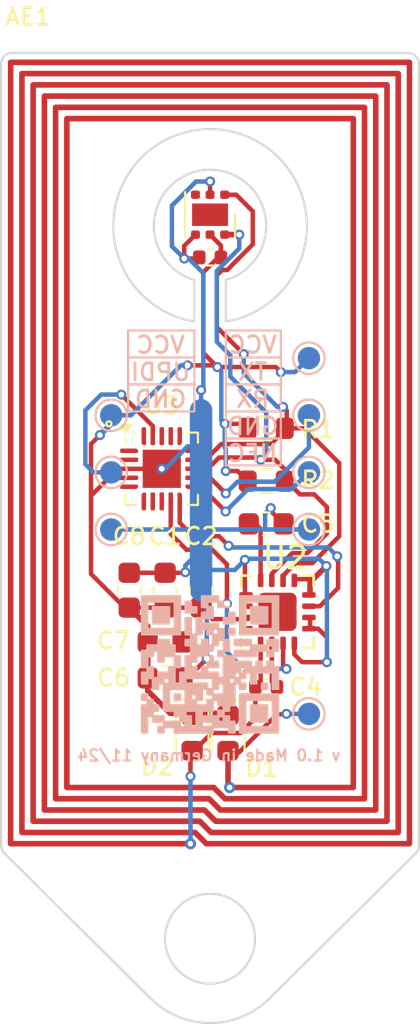
<source format=kicad_pcb>
(kicad_pcb (version 20240108) (generator "pcbnew") (generator_version "8.0")
  (layers (0 "F.Cu" signal) (1 "In1.Cu" signal) (2 "In2.Cu" signal) (31 "B.Cu" signal) (34 "B.Paste" user) (35 "F.Paste" user) (36 "B.SilkS" user "B.Silkscreen") (37 "F.SilkS" user "F.Silkscreen") (38 "B.Mask" user) (39 "F.Mask" user) (44 "Edge.Cuts" user))
  (net 0 "")
  (net 1 "GND")
  (net 2 "ANT2")
  (net 3 "ANT1")
  (net 4 "SCL")
  (net 5 "SDA")
  (net 6 "RF430_RST")
  (net 7 "RF430_INT")
  (net 8 "Net-(U2-VCORE)")
  (net 9 "RX")
  (net 11 "UPDI")
  (net 18 "TX")
  (net 19 "ALERT")
  (net 21 "VCC")
  (footprint "Capacitor_SMD:C_0603_1608Metric" (layer "F.Cu") (at 132 52.45)
    (property "Reference" "C5" (at 2.3 0 0) (layer "F.SilkS") (effects (font (size 0.75 0.75) (thickness 0.125))))
    (property "Value" "0.47 uF")
    (pad "1" smd roundrect (at -0.775 0) (size 0.9 0.95) (layers "F.Cu" "F.Paste" "F.Mask") (net 8 "Net-(U2-VCORE)"))
    (pad "2" smd roundrect (at 0.775 0) (size 0.9 0.95) (layers "F.Cu" "F.Paste" "F.Mask") (net 1 "GND"))
  )
  (footprint "Capacitor_SMD:C_0603_1608Metric" (layer "F.Cu") (at 127.5 59.3)
    (property "Reference" "C6" (at -2.3 0 0) (layer "F.SilkS") (effects (font (size 0.75 0.75) (thickness 0.125))))
    (property "Value" "100uF")
    (pad "1" smd roundrect (at -0.775 0) (size 0.9 0.95) (layers "F.Cu" "F.Paste" "F.Mask") (net 21 "VCC"))
    (pad "2" smd roundrect (at 0.775 0) (size 0.9 0.95) (layers "F.Cu" "F.Paste" "F.Mask") (net 1 "GND"))
  )
  (footprint "Capacitor_SMD:C_0603_1608Metric" (layer "F.Cu") (at 127.5 55.4 90)
    (property "Reference" "C1" (at 2.4 0 0) (layer "F.SilkS") (effects (font (size 0.75 0.75) (thickness 0.125))))
    (property "Value" "1 uF")
    (pad "1" smd roundrect (at -0.775 0 90) (size 0.9 0.95) (layers "F.Cu" "F.Paste" "F.Mask") (net 21 "VCC"))
    (pad "2" smd roundrect (at 0.775 0 90) (size 0.9 0.95) (layers "F.Cu" "F.Paste" "F.Mask") (net 1 "GND"))
  )
  (footprint "Capacitor_SMD:C_0603_1608Metric" (layer "F.Cu") (at 129.1 55.4 90)
    (property "Reference" "C2" (at 2.4 0 0) (layer "F.SilkS") (effects (font (size 0.75 0.75) (thickness 0.125))))
    (property "Value" "0.1 uF")
    (pad "1" smd roundrect (at -0.775 0 90) (size 0.9 0.95) (layers "F.Cu" "F.Paste" "F.Mask") (net 21 "VCC"))
    (pad "2" smd roundrect (at 0.775 0 90) (size 0.9 0.95) (layers "F.Cu" "F.Paste" "F.Mask") (net 1 "GND"))
  )
  (footprint "unsurv_offline_pcb_footprints:35_18_1_9nH" (layer "F.Cu") (at 120.5 31.8)
    (property "Reference" "AE1" (at 0.9 -1.9 0) (layer "F.SilkS") (effects (font (size 0.75 0.75) (thickness 0.125))))
    (property "Value" "Antenna_Dipole")
    (pad "1" smd custom (at 8.12868 34.875) (size 0.25 0.25) (layers "F.Cu") (net 3 "ANT1") (options (clearance outline) (anchor circle)) (primitives (gr_line (start 0 0) (end -8.00368 0) (width 0.25)) (gr_line (start -8.00368 0) (end -8.00368 -34.75) (width 0.25)) (gr_line (start -8.00368 -34.75) (end 9.74632 -34.75) (width 0.25)) (gr_line (start 9.74632 -34.75) (end 9.74632 0) (width 0.25)) (gr_line (start 9.74632 0) (end 0.707107 0) (width 0.25)) (gr_line (start 0.707107 0) (end 0.207107 -0.5) (width 0.25)) (gr_line (start 0.207107 -0.5) (end -7.50368 -0.5) (width 0.25)) (gr_line (start -7.50368 -0.5) (end -7.50368 -34.25) (width 0.25)) (gr_line (start -7.50368 -34.25) (end 9.24632 -34.25) (width 0.25)) (gr_line (start 9.24632 -34.25) (end 9.24632 -0.5) (width 0.25)) (gr_line (start 9.24632 -0.5) (end 0.914214 -0.5) (width 0.25)) (gr_line (start 0.914214 -0.5) (end 0.414214 -1) (width 0.25)) (gr_line (start 0.414214 -1) (end -7.00368 -1) (width 0.25)) (gr_line (start -7.00368 -1) (end -7.00368 -33.75) (width 0.25)) (gr_line (start -7.00368 -33.75) (end 8.74632 -33.75) (width 0.25)) (gr_line (start 8.74632 -33.75) (end 8.74632 -1) (width 0.25)) (gr_line (start 8.74632 -1) (end 1.12132 -1) (width 0.25)) (gr_line (start 1.12132 -1) (end 0.62132 -1.5) (width 0.25)) (gr_line (start 0.62132 -1.5) (end -6.50368 -1.5) (width 0.25)) (gr_line (start -6.50368 -1.5) (end -6.50368 -33.25) (width 0.25)) (gr_line (start -6.50368 -33.25) (end 8.24632 -33.25) (width 0.25)) (gr_line (start 8.24632 -33.25) (end 8.24632 -1.5) (width 0.25)) (gr_line (start 8.24632 -1.5) (end 1.328427 -1.5) (width 0.25)) (gr_line (start 1.328427 -1.5) (end 0.828427 -2) (width 0.25)) (gr_line (start 0.828427 -2) (end -6.00368 -2) (width 0.25)) (gr_line (start -6.00368 -2) (end -6.00368 -32.75) (width 0.25)) (gr_line (start -6.00368 -32.75) (end 7.74632 -32.75) (width 0.25)) (gr_line (start 7.74632 -32.75) (end 7.74632 -2) (width 0.25)) (gr_line (start 7.74632 -2) (end 1.535534 -2) (width 0.25)) (gr_line (start 1.535534 -2) (end 1.035534 -2.5) (width 0.25)) (gr_line (start 1.035534 -2.5) (end -5.50368 -2.5) (width 0.25)) (gr_line (start -5.50368 -2.5) (end -5.50368 -32.25) (width 0.25)) (gr_line (start -5.50368 -32.25) (end 7.24632 -32.25) (width 0.25)) (gr_line (start 7.24632 -32.25) (end 7.24632 -2.5) (width 0.25))))
    (pad "1" thru_hole circle (at 8.12868 34.875) (size 0.5 0.5) (drill 0.25) (layers "*.Cu" "*.Mask") (net 3 "ANT1"))
    (pad "2" smd custom (at 9.87132 32.375) (size 0.25 0.25) (layers "F.Cu") (net 2 "ANT2") (options (clearance outline) (anchor circle)) (primitives (gr_line (start 0 0) (end 5.50368 0) (width 0.25))))
    (pad "2" thru_hole circle (at 9.87132 32.375) (size 0.5 0.5) (drill 0.25) (layers "*.Cu" "*.Mask") (net 2 "ANT2"))
  )
  (footprint "unsurv_offline_pcb_footprints:RF430_3x3mm_regular_noBCu" (layer "F.Cu") (at 132.5 56.36179 90)
    (property "Reference" "U2" (at 2.41179 0.35 180) (layer "F.SilkS"))
    (property "Value" "RF430CL330HIRGTR‎")
    (pad "1" smd roundrect (at -1.4 -0.75 90) (size 0.6 0.25) (layers "F.Cu" "F.Paste" "F.Mask") (net 3 "ANT1"))
    (pad "2" smd roundrect (at -1.4 -0.25 270) (size 0.6 0.25) (layers "F.Cu" "F.Paste" "F.Mask") (net 2 "ANT2"))
    (pad "3" smd roundrect (at -1.4 0.25 270) (size 0.6 0.25) (layers "F.Cu" "F.Paste" "F.Mask") (net 6 "RF430_RST"))
    (pad "4" smd roundrect (at -1.4 0.75 270) (size 0.6 0.25) (layers "F.Cu" "F.Paste" "F.Mask") (net 1 "GND"))
    (pad "5" smd roundrect (at -0.75 1.4 180) (size 0.6 0.25) (layers "F.Cu" "F.Paste" "F.Mask") (net 1 "GND"))
    (pad "6" smd roundrect (at -0.25 1.4 180) (size 0.6 0.25) (layers "F.Cu" "F.Paste" "F.Mask") (net 1 "GND"))
    (pad "7" smd roundrect (at 0.25 1.4 180) (size 0.6 0.25) (layers "F.Cu" "F.Paste" "F.Mask") (net 7 "RF430_INT"))
    (pad "8" smd roundrect (at 0.75 1.4 180) (size 0.6 0.25) (layers "F.Cu" "F.Paste" "F.Mask") (net 1 "GND"))
    (pad "9" smd roundrect (at 1.4 0.75 270) (size 0.6 0.25) (layers "F.Cu" "F.Paste" "F.Mask") (net 1 "GND"))
    (pad "10" smd roundrect (at 1.4 0.25 90) (size 0.6 0.25) (layers "F.Cu" "F.Paste" "F.Mask") (net 4 "SCL"))
    (pad "11" smd roundrect (at 1.4 -0.25 90) (size 0.6 0.25) (layers "F.Cu" "F.Paste" "F.Mask") (net 5 "SDA"))
    (pad "12" smd roundrect (at 1.4 -0.75 90) (size 0.6 0.25) (layers "F.Cu" "F.Paste" "F.Mask") (net 8 "Net-(U2-VCORE)"))
    (pad "13" smd roundrect (at 0.75 -1.4) (size 0.6 0.25) (layers "F.Cu" "F.Paste" "F.Mask") (net 1 "GND"))
    (pad "14" smd roundrect (at 0.25 -1.4 180) (size 0.6 0.25) (layers "F.Cu" "F.Paste" "F.Mask"))
    (pad "15" smd roundrect (at -0.25 -1.4 180) (size 0.6 0.25) (layers "F.Cu" "F.Paste" "F.Mask") (net 21 "VCC"))
    (pad "16" smd roundrect (at -0.75 -1.4 180) (size 0.6 0.25) (layers "F.Cu" "F.Paste" "F.Mask"))
    (pad "17" smd roundrect (at 0 0 90) (size 1.7 1.7) (layers "F.Cu" "F.Mask") (roundrect_rratio 0.147059))
  )
  (footprint "unsurv_offline_pcb_footprints:TMP117 WSON-6-1EP_2x2mm_P0.65mm_no_pad_paste" (layer "F.Cu") (at 129.5 38.7 -90)
    (property "Reference" "U1" (hide yes))
    (property "Value" "TMP117AIDRVR")
    (pad "1" smd roundrect (at -0.8875 -0.65 270) (size 0.375 0.4) (layers "F.Cu" "F.Paste" "F.Mask") (net 4 "SCL"))
    (pad "2" smd roundrect (at -0.8875 0 270) (size 0.375 0.4) (layers "F.Cu" "F.Paste" "F.Mask") (net 1 "GND"))
    (pad "3" smd roundrect (at -0.8875 0.65 270) (size 0.375 0.4) (layers "F.Cu" "F.Paste" "F.Mask"))
    (pad "4" smd roundrect (at 0.8875 0.65 270) (size 0.375 0.4) (layers "F.Cu" "F.Paste" "F.Mask") (net 1 "GND"))
    (pad "5" smd roundrect (at 0.8875 0 270) (size 0.375 0.4) (layers "F.Cu" "F.Paste" "F.Mask") (net 21 "VCC"))
    (pad "6" smd roundrect (at 0.8875 -0.65 270) (size 0.375 0.4) (layers "F.Cu" "F.Paste" "F.Mask") (net 5 "SDA"))
    (pad "7" smd rect (at 0 0 270) (size 1 1.6) (layers "F.Cu" "F.Mask"))
  )
  (footprint "Capacitor_SMD:C_0603_1608Metric" (layer "F.Cu") (at 127.5 57.7)
    (property "Reference" "C7" (at -2.3 -0.05 0) (layer "F.SilkS") (effects (font (size 0.75 0.75) (thickness 0.125))))
    (property "Value" "1uf")
    (pad "1" smd roundrect (at -0.775 0) (size 0.9 0.95) (layers "F.Cu" "F.Paste" "F.Mask") (net 21 "VCC"))
    (pad "2" smd roundrect (at 0.775 0) (size 0.9 0.95) (layers "F.Cu" "F.Paste" "F.Mask") (net 1 "GND"))
  )
  (footprint "unsurv_offline_pcb_footprints:VQFN-20-1EP_3x3mm_P0.4mm_EP1.7x1.7mm_edited" (layer "F.Cu") (at 127.35 50)
    (property "Reference" "U3" (at 0 -2.8 0) (layer "F.SilkS") (effects (font (size 0.75 0.75) (thickness 0.125))))
    (property "Value" "ATtiny1626-MFR")
    (pad "1" smd custom (at -1.45 -0.8) (size 0.143431 0.143431) (layers "F.Cu" "F.Paste" "F.Mask") (options (clearance outline) (anchor circle)) (primitives (gr_poly (pts (xy -0.35 -0.05) (xy 0.299289 -0.05) (xy 0.35 0.000711) (xy 0.35 0.05) (xy -0.35 0.05)) (width 0.1) (fill yes))))
    (pad "2" smd roundrect (at -1.45 -0.4) (size 0.8 0.2) (layers "F.Cu" "F.Paste" "F.Mask"))
    (pad "3" smd roundrect (at -1.45 0) (size 0.8 0.2) (layers "F.Cu" "F.Paste" "F.Mask") (net 1 "GND"))
    (pad "4" smd roundrect (at -1.45 0.4) (size 0.8 0.2) (layers "F.Cu" "F.Paste" "F.Mask") (net 21 "VCC"))
    (pad "5" smd custom (at -1.45 0.8) (size 0.143431 0.143431) (layers "F.Cu" "F.Paste" "F.Mask") (options (clearance outline) (anchor circle)) (primitives (gr_poly (pts (xy -0.35 -0.05) (xy 0.35 -0.05) (xy 0.35 -0.000711) (xy 0.299289 0.05) (xy -0.35 0.05)) (width 0.1) (fill yes))))
    (pad "6" smd custom (at -0.8 1.45) (size 0.143431 0.143431) (layers "F.Cu" "F.Paste" "F.Mask") (options (clearance outline) (anchor circle)) (primitives (gr_poly (pts (xy -0.05 -0.299289) (xy 0.000711 -0.35) (xy 0.05 -0.35) (xy 0.05 0.35) (xy -0.05 0.35)) (width 0.1) (fill yes))))
    (pad "7" smd roundrect (at -0.4 1.45) (size 0.2 0.8) (layers "F.Cu" "F.Paste" "F.Mask"))
    (pad "8" smd roundrect (at 0 1.45) (size 0.2 0.8) (layers "F.Cu" "F.Paste" "F.Mask"))
    (pad "9" smd roundrect (at 0.4 1.45) (size 0.2 0.8) (layers "F.Cu" "F.Paste" "F.Mask") (net 6 "RF430_RST"))
    (pad "10" smd custom (at 0.8 1.45) (size 0.143431 0.143431) (layers "F.Cu" "F.Paste" "F.Mask") (net 7 "RF430_INT") (options (clearance outline) (anchor circle)) (primitives (gr_poly (pts (xy -0.05 -0.35) (xy -0.000711 -0.35) (xy 0.05 -0.299289) (xy 0.05 0.35) (xy -0.05 0.35)) (width 0.1) (fill yes))))
    (pad "11" smd custom (at 1.45 0.8) (size 0.143431 0.143431) (layers "F.Cu" "F.Paste" "F.Mask") (net 9 "RX") (options (clearance outline) (anchor circle)) (primitives (gr_poly (pts (xy -0.35 -0.05) (xy 0.35 -0.05) (xy 0.35 0.05) (xy -0.299289 0.05) (xy -0.35 -0.000711)) (width 0.1) (fill yes))))
    (pad "12" smd roundrect (at 1.45 0.4) (size 0.8 0.2) (layers "F.Cu" "F.Paste" "F.Mask") (net 18 "TX"))
    (pad "13" smd roundrect (at 1.45 0) (size 0.8 0.2) (layers "F.Cu" "F.Paste" "F.Mask") (net 5 "SDA"))
    (pad "14" smd roundrect (at 1.45 -0.4) (size 0.8 0.2) (layers "F.Cu" "F.Paste" "F.Mask") (net 4 "SCL"))
    (pad "15" smd custom (at 1.45 -0.8) (size 0.143431 0.143431) (layers "F.Cu" "F.Paste" "F.Mask") (options (clearance outline) (anchor circle)) (primitives (gr_poly (pts (xy -0.35 0.000711) (xy -0.299289 -0.05) (xy 0.35 -0.05) (xy 0.35 0.05) (xy -0.35 0.05)) (width 0.1) (fill yes))))
    (pad "16" smd custom (at 0.8 -1.45) (size 0.143431 0.143431) (layers "F.Cu" "F.Paste" "F.Mask") (options (clearance outline) (anchor circle)) (primitives (gr_poly (pts (xy -0.05 -0.35) (xy 0.05 -0.35) (xy 0.05 0.299289) (xy -0.000711 0.35) (xy -0.05 0.35)) (width 0.1) (fill yes))))
    (pad "17" smd roundrect (at 0.4 -1.45) (size 0.2 0.8) (layers "F.Cu" "F.Paste" "F.Mask"))
    (pad "18" smd roundrect (at 0 -1.45) (size 0.2 0.8) (layers "F.Cu" "F.Paste" "F.Mask") (net 19 "ALERT"))
    (pad "19" smd roundrect (at -0.4 -1.45) (size 0.2 0.8) (layers "F.Cu" "F.Paste" "F.Mask") (net 11 "UPDI"))
    (pad "20" smd custom (at -0.8 -1.45) (size 0.143431 0.143431) (layers "F.Cu" "F.Paste" "F.Mask") (options (clearance outline) (anchor circle)) (primitives (gr_poly (pts (xy -0.05 -0.35) (xy 0.05 -0.35) (xy 0.05 0.35) (xy 0.000711 0.35) (xy -0.05 0.299289)) (width 0.1) (fill yes))))
    (pad "21" smd rect (at 0 0) (size 1.7 1.7) (property pad_prop_heatsink) (layers "F.Cu" "F.Mask") (net 1 "GND"))
  )
  (footprint "Capacitor_SMD:C_0603_1608Metric" (layer "F.Cu") (at 125.9 55.4 90)
    (property "Reference" "C8" (at 2.4 0 0) (layer "F.SilkS") (effects (font (size 0.75 0.75) (thickness 0.125))))
    (property "Value" "0.1 uF")
    (pad "1" smd roundrect (at -0.775 0 90) (size 0.9 0.95) (layers "F.Cu" "F.Paste" "F.Mask") (net 21 "VCC"))
    (pad "2" smd roundrect (at 0.775 0 90) (size 0.9 0.95) (layers "F.Cu" "F.Paste" "F.Mask") (net 1 "GND"))
  )
  (footprint "Diode_SMD:D_0603_1608Metric" (layer "F.Cu") (at 130.3 61.75 -90)
    (property "Reference" "D1" (at 1.55 -1.5 0) (layer "F.SilkS") (effects (font (size 0.75 0.75) (thickness 0.125))))
    (property "Value" "CDBU0130L")
    (pad "1" smd roundrect (at -0.7875 0 270) (size 0.875 0.95) (layers "F.Cu" "F.Paste" "F.Mask") (net 21 "VCC"))
    (pad "2" smd roundrect (at 0.7875 0 270) (size 0.875 0.95) (layers "F.Cu" "F.Paste" "F.Mask") (net 2 "ANT2"))
  )
  (footprint "Resistor_SMD:R_0603_1608Metric" (layer "F.Cu") (at 132 48.2)
    (property "Reference" "R1" (at 2.3 0.05 0) (layer "F.SilkS") (effects (font (size 0.75 0.75) (thickness 0.125))))
    (property "Value" "4.7k")
    (pad "1" smd roundrect (at -0.825 0) (size 0.8 0.95) (layers "F.Cu" "F.Paste" "F.Mask") (net 21 "VCC"))
    (pad "2" smd roundrect (at 0.825 0) (size 0.8 0.95) (layers "F.Cu" "F.Paste" "F.Mask") (net 4 "SCL"))
  )
  (footprint "Capacitor_SMD:C_0402_1005Metric" (layer "F.Cu") (at 129.5 40.6 180)
    (property "Reference" "C3" (hide yes))
    (property "Value" "0.1 uF")
    (pad "1" smd roundrect (at -0.48 0 180) (size 0.56 0.62) (layers "F.Cu" "F.Paste" "F.Mask") (net 21 "VCC"))
    (pad "2" smd roundrect (at 0.48 0 180) (size 0.56 0.62) (layers "F.Cu" "F.Paste" "F.Mask") (net 1 "GND"))
  )
  (footprint "Capacitor_SMD:C_0402_1005Metric" (layer "F.Cu") (at 132 59.7 180)
    (property "Reference" "C4" (at -1.75 0 0) (layer "F.SilkS") (effects (font (size 0.75 0.75) (thickness 0.125))))
    (property "Value" "36pF")
    (pad "1" smd roundrect (at -0.48 0 180) (size 0.56 0.62) (layers "F.Cu" "F.Paste" "F.Mask") (net 2 "ANT2"))
    (pad "2" smd roundrect (at 0.48 0 180) (size 0.56 0.62) (layers "F.Cu" "F.Paste" "F.Mask") (net 3 "ANT1"))
  )
  (footprint "Resistor_SMD:R_0603_1608Metric" (layer "F.Cu") (at 132 50.55)
    (property "Reference" "R2" (at 2.3 -0.05 0) (layer "F.SilkS") (effects (font (size 0.75 0.75) (thickness 0.125))))
    (property "Value" "4.7k")
    (pad "1" smd roundrect (at -0.825 0) (size 0.8 0.95) (layers "F.Cu" "F.Paste" "F.Mask") (net 21 "VCC"))
    (pad "2" smd roundrect (at 0.825 0) (size 0.8 0.95) (layers "F.Cu" "F.Paste" "F.Mask") (net 5 "SDA"))
  )
  (footprint "Diode_SMD:D_0603_1608Metric" (layer "F.Cu") (at 128.7 61.75 -90)
    (property "Reference" "D2" (at 1.5 1.55 0) (layer "F.SilkS") (effects (font (size 0.75 0.75) (thickness 0.125))))
    (property "Value" "CDBU0130L")
    (pad "1" smd roundrect (at -0.7875 0 270) (size 0.875 0.95) (layers "F.Cu" "F.Paste" "F.Mask") (net 21 "VCC"))
    (pad "2" smd roundrect (at 0.7875 0 270) (size 0.875 0.95) (layers "F.Cu" "F.Paste" "F.Mask") (net 3 "ANT1"))
  )
  (footprint "TestPoint:TestPoint_Pad_D1.0mm" (layer "B.Cu") (at 133.9 45.08 180)
    (property "Reference" "TP4" (hide yes))
    (property "Value" "TestPoint")
    (pad "1" smd circle (at 0 0 180) (size 1 1) (layers "B.Cu" "B.Mask") (net 21 "VCC"))
  )
  (footprint "TestPoint:TestPoint_Pad_D1.0mm" (layer "B.Cu") (at 125.1 47.62 90)
    (property "Reference" "VCC1" (hide yes))
    (property "Value" "TestPoint")
    (pad "1" smd circle (at 0 0 90) (size 1 1) (layers "B.Cu" "B.Mask") (net 21 "VCC"))
  )
  (footprint "TestPoint:TestPoint_Pad_D1.0mm" (layer "B.Cu") (at 125.1 50.16 90)
    (property "Reference" "UPDI1" (hide yes))
    (property "Value" "TestPoint")
    (pad "1" smd circle (at 0 0 90) (size 1 1) (layers "B.Cu" "B.Mask") (net 11 "UPDI"))
  )
  (footprint "TestPoint:TestPoint_Pad_D1.0mm" (layer "B.Cu") (at 133.9 52.7 180)
    (property "Reference" "TP3" (hide yes))
    (property "Value" "TestPoint")
    (pad "1" smd circle (at 0 0 180) (size 1 1) (layers "B.Cu" "B.Mask") (net 1 "GND"))
  )
  (footprint "unsurv_offline_pcb_footprints:QR_shop" (layer "B.Cu") (at 129.5 58.7 180)
    (property "Reference" "QR_ref1" (hide yes))
    (property "Value" "TestPoint" (hide yes))
  )
  (footprint "TestPoint:TestPoint_Pad_D1.0mm" (layer "B.Cu") (at 133.9 60.9 180)
    (property "Reference" "TP5" (hide yes))
    (property "Value" "TestPoint")
    (pad "1" smd circle (at 0 0 180) (size 1 1) (layers "B.Cu" "B.Mask") (net 2 "ANT2"))
  )
  (footprint "TestPoint:TestPoint_Pad_D1.0mm" (layer "B.Cu") (at 125.1 52.7 90)
    (property "Reference" "GND1" (hide yes))
    (property "Value" "TestPoint")
    (pad "1" smd circle (at 0 0 90) (size 1 1) (layers "B.Cu" "B.Mask") (net 1 "GND"))
  )
  (footprint "TestPoint:TestPoint_Pad_D1.0mm" (layer "B.Cu") (at 133.9 50.16 180)
    (property "Reference" "TP1" (hide yes))
    (property "Value" "TestPoint")
    (pad "1" smd circle (at 0 0 180) (size 1 1) (layers "B.Cu" "B.Mask") (net 9 "RX"))
  )
  (footprint "TestPoint:TestPoint_Pad_D1.0mm" (layer "B.Cu") (at 133.9 47.62 180)
    (property "Reference" "TP2" (hide yes))
    (property "Value" "TestPoint")
    (pad "1" smd circle (at 0 0 180) (size 1 1) (layers "B.Cu" "B.Mask") (net 18 "TX"))
  )
  (gr_rect (start 130.2 43.85) (end 132.65 45.05) (stroke (width 0.1)) (fill none) (layer "B.SilkS"))
  (gr_rect (start 125.85 45.05) (end 128.8 46.25) (stroke (width 0.1)) (fill none) (layer "B.SilkS"))
  (gr_rect (start 125.85 43.85) (end 128.8 45.05) (stroke (width 0.1)) (fill none) (layer "B.SilkS"))
  (gr_rect (start 130.2 48.65) (end 132.65 49.85) (stroke (width 0.1)) (fill none) (layer "B.SilkS"))
  (gr_rect (start 130.2 46.25) (end 132.65 47.45) (stroke (width 0.1)) (fill none) (layer "B.SilkS"))
  (gr_rect (start 125.85 46.25) (end 128.8 47.45) (stroke (width 0.1)) (fill none) (layer "B.SilkS"))
  (gr_rect (start 130.2 45.05) (end 132.65 46.25) (stroke (width 0.1)) (fill none) (layer "B.SilkS"))
  (gr_rect (start 130.2 47.45) (end 132.65 48.65) (stroke (width 0.1)) (fill none) (layer "B.SilkS"))
  (gr_circle (center 125 48) (end 124.95 48.1) (stroke (width 0.1)) (fill none) (layer "F.SilkS"))
  (gr_arc (start 128.8 41.6) (mid 129.5 36.699969) (end 130.2 41.6) (stroke (width 0.1)) (layer "Edge.Cuts"))
  (gr_line (start 120.699999 31.499999) (end 138.299999 31.499999) (stroke (width 0.1)) (layer "Edge.Cuts"))
  (gr_circle (center 129.5 70.9) (end 131.5 70.9) (stroke (width 0.1)) (fill none) (layer "Edge.Cuts"))
  (gr_arc (start 120.199999 31.999999) (mid 120.346446 31.646446) (end 120.699999 31.499999) (stroke (width 0.1)) (layer "Edge.Cuts"))
  (gr_line (start 128.8 43.45) (end 128.8 41.6) (stroke (width 0.1)) (layer "Edge.Cuts"))
  (gr_arc (start 120.34643 67.100003) (mid 120.238047 66.93779) (end 120.199999 66.746447) (stroke (width 0.1)) (layer "Edge.Cuts"))
  (gr_arc (start 128.8 43.45) (mid 129.5 34.892707) (end 130.2 43.45) (stroke (width 0.1)) (layer "Edge.Cuts"))
  (gr_line (start 138.799999 31.999999) (end 138.799999 66.746447) (stroke (width 0.1)) (layer "Edge.Cuts"))
  (gr_arc (start 138.299999 31.499999) (mid 138.653553 31.646445) (end 138.799999 31.999999) (stroke (width 0.1)) (layer "Edge.Cuts"))
  (gr_arc (start 132.149999 73.549999) (mid 129.5 74.647665) (end 126.850001 73.549999) (stroke (width 0.1)) (layer "Edge.Cuts"))
  (gr_line (start 120.199999 66.746447) (end 120.199999 31.999999) (stroke (width 0.1)) (layer "Edge.Cuts"))
  (gr_line (start 130.2 41.6) (end 130.2 43.45) (stroke (width 0.1)) (layer "Edge.Cuts"))
  (gr_line (start 138.653536 67.09997) (end 132.149999 73.549999) (stroke (width 0.1)) (layer "Edge.Cuts"))
  (gr_arc (start 138.799999 66.746447) (mid 138.761923 66.937773) (end 138.653536 67.09997) (stroke (width 0.1)) (layer "Edge.Cuts"))
  (gr_line (start 126.850001 73.549999) (end 120.34643 67.100003) (stroke (width 0.1)) (layer "Edge.Cuts"))
  (gr_text "v 1.0 Made in Germany 11/24" (at 129.45 62.75 0) (layer "B.SilkS") (effects (font (size 0.5 0.5) (thickness 0.1)) (justify mirror)))
  (gr_text "VCC\nTX\nRX\nGND\nNFC" (at 131.4 46.9 0) (layer "B.SilkS") (effects (font (size 0.75 0.75) (thickness 0.125)) (justify mirror)))
  (gr_text "VCC\nUPDI\nGND" (at 127.3 45.7 0) (layer "B.SilkS") (effects (font (size 0.75 0.75) (thickness 0.125)) (justify mirror)))
  (segment (start 134.7 57.5) (end 134.31179 57.11179) (width 0.2) (layer "F.Cu") (net 1))
  (segment (start 134.675 54.325) (end 133.95 55.05) (width 0.25) (layer "F.Cu") (net 1))
  (segment (start 133.25 58.25) (end 133.25 57.76179) (width 0.2) (layer "F.Cu") (net 1))
  (segment (start 128.35 40.65) (end 128.97 40.65) (width 0.2) (layer "F.Cu") (net 1))
  (segment (start 132.775 52.15) (end 132.6 52.325) (width 0.2) (layer "F.Cu") (net 1))
  (segment (start 128.35 40.0875) (end 128.85 39.5875) (width 0.2) (layer "F.Cu") (net 1))
  (segment (start 128.375 54.625) (end 127.5 54.625) (width 0.2) (layer "F.Cu") (net 1))
  (segment (start 133.6 58.6) (end 133.25 58.25) (width 0.2) (layer "F.Cu") (net 1))
  (segment (start 125.7 54.625) (end 127.5 54.625) (width 0.2) (layer "F.Cu") (net 1))
  (segment (start 132.2 51.875) (end 132.775 52.45) (width 0.2) (layer "F.Cu") (net 1))
  (segment (start 133.95 56.61179) (end 133.95 57.11179) (width 0.2) (layer "F.Cu") (net 1))
  (segment (start 128.4 54.6) (end 128.375 54.625) (width 0.2) (layer "F.Cu") (net 1))
  (segment (start 128.4 54.6) (end 129.075 54.6) (width 0.2) (layer "F.Cu") (net 1))
  (segment (start 132.2 51.75) (end 132.2 51.875) (width 0.2) (layer "F.Cu") (net 1))
  (segment (start 128.97 40.65) (end 129.02 40.6) (width 0.2) (layer "F.Cu") (net 1))
  (segment (start 131.05 54.05) (end 131.05 55.61179) (width 0.2) (layer "F.Cu") (net 1))
  (segment (start 134.7 58.6) (end 133.6 58.6) (width 0.2) (layer "F.Cu") (net 1))
  (segment (start 128.35 40.65) (end 128.35 40.0875) (width 0.2) (layer "F.Cu") (net 1))
  (segment (start 134.675 54.325) (end 134.08821 54.91179) (width 0.2) (layer "F.Cu") (net 1))
  (segment (start 134.31179 57.11179) (end 133.9 57.11179) (width 0.2) (layer "F.Cu") (net 1))
  (segment (start 129.075 54.6) (end 129.1 54.625) (width 0.2) (layer "F.Cu") (net 1))
  (segment (start 129.501474 37.22355) (end 129.5 37.225024) (width 0.2) (layer "F.Cu") (net 1))
  (segment (start 125.9 50) (end 127.35 50) (width 0.2) (layer "F.Cu") (net 1))
  (segment (start 128.275 59.25) (end 128.55 59.25) (width 0.2) (layer "F.Cu") (net 1))
  (segment (start 128.275 57.7) (end 128.6 57.7) (width 0.2) (layer "F.Cu") (net 1))
  (segment (start 133.95 55.05) (end 133.95 55.61179) (width 0.25) (layer "F.Cu") (net 1))
  (segment (start 134.7 58.6) (end 134.7 57.5) (width 0.2) (layer "F.Cu") (net 1))
  (segment (start 128.6 57.7) (end 129.35 58.45) (width 0.2) (layer "F.Cu") (net 1))
  (segment (start 128.55 59.25) (end 129.35 58.45) (width 0.2) (layer "F.Cu") (net 1))
  (segment (start 129.5 37.225024) (end 129.5 37.8125) (width 0.2) (layer "F.Cu") (net 1))
  (segment (start 134.08821 54.91179) (end 133.25 54.91179) (width 0.2) (layer "F.Cu") (net 1))
  (via (at 128.4 54.6) (size 0.45) (drill 0.25) (layers "F.Cu" "B.Cu") (net 1))
  (via (at 129.501474 37.22355) (size 0.45) (drill 0.25) (layers "F.Cu" "B.Cu") (net 1))
  (via (at 132.2 51.75) (size 0.45) (drill 0.25) (layers "F.Cu" "B.Cu") (net 1))
  (via (at 131.05 54.05) (size 0.45) (drill 0.25) (layers "F.Cu" "B.Cu") (net 1))
  (via (at 128.35 40.65) (size 0.45) (drill 0.25) (layers "F.Cu" "B.Cu") (net 1))
  (via (at 129.1 46.5) (size 0.45) (drill 0.25) (layers "F.Cu" "B.Cu") (net 1))
  (via (at 129.35 58.45) (size 0.45) (drill 0.25) (layers "F.Cu" "B.Cu") (net 1))
  (via (at 127.35 50) (size 0.45) (drill 0.25) (layers "F.Cu" "B.Cu") (net 1))
  (via (at 134.7 58.6) (size 0.45) (drill 0.25) (layers "F.Cu" "B.Cu") (net 1))
  (via (at 134.675 54.325) (size 0.45) (drill 0.25) (layers "F.Cu" "B.Cu") (net 1))
  (segment (start 131.95 52.7) (end 131.95 52) (width 0.2) (layer "B.Cu") (net 1))
  (segment (start 129.35 55.65) (end 129.1 55.4) (width 0.2) (layer "B.Cu") (net 1))
  (segment (start 128.4 54.6) (end 128.4 54.3) (width 0.2) (layer "B.Cu") (net 1))
  (segment (start 128.4 54.3) (end 129.1 53.6) (width 0.2) (layer "B.Cu") (net 1))
  (segment (start 131.95 52) (end 132.2 51.75) (width 0.2) (layer "B.Cu") (net 1))
  (segment (start 134.35 54) (end 134.675 54.325) (width 0.2) (layer "B.Cu") (net 1))
  (segment (start 129.1 54.5) (end 129.1 53.6) (width 1) (layer "B.Cu") (net 1))
  (segment (start 127.8 38.3) (end 128.87645 37.22355) (width 0.2) (layer "B.Cu") (net 1))
  (segment (start 129.35 58.45) (end 129.35 55.65) (width 0.2) (layer "B.Cu") (net 1))
  (segment (start 134.7 54.35) (end 134.675 54.325) (width 0.2) (layer "B.Cu") (net 1))
  (segment (start 134.7 58.6) (end 134.7 54.35) (width 0.2) (layer "B.Cu") (net 1))
  (segment (start 128.55 40.65) (end 129.2 41.3) (width 0.2) (layer "B.Cu") (net 1))
  (segment (start 131.1 54) (end 134.35 54) (width 0.2) (layer "B.Cu") (net 1))
  (segment (start 129.1 49) (end 129.1 47.4) (width 1) (layer "B.Cu") (net 1))
  (segment (start 128.87645 37.22355) (end 129.501474 37.22355) (width 0.2) (layer "B.Cu") (net 1))
  (segment (start 131.05 54.05) (end 130.6 54.5) (width 0.2) (layer "B.Cu") (net 1))
  (segment (start 129.2 46.4) (end 129.1 46.5) (width 0.2) (layer "B.Cu") (net 1))
  (segment (start 128.35 40.65) (end 128.55 40.65) (width 0.2) (layer "B.Cu") (net 1))
  (segment (start 129.1 46.5) (end 129.1 47.4) (width 0.2) (layer "B.Cu") (net 1))
  (segment (start 132.6 52.7) (end 131.95 52.7) (width 0.2) (layer "B.Cu") (net 1))
  (segment (start 127.5 50) (end 128.5 49) (width 0.2) (layer "B.Cu") (net 1))
  (segment (start 128.35 40.65) (end 127.8 40.1) (width 0.2) (layer "B.Cu") (net 1))
  (segment (start 129.2 41.3) (end 129.2 46.4) (width 0.2) (layer "B.Cu") (net 1))
  (segment (start 131.05 54.05) (end 131.1 54) (width 0.2) (layer "B.Cu") (net 1))
  (segment (start 128.5 49) (end 129.1 49) (width 0.2) (layer "B.Cu") (net 1))
  (segment (start 131.95 52.7) (end 129.1 52.7) (width 0.2) (layer "B.Cu") (net 1))
  (segment (start 127.35 50) (end 127.5 50) (width 0.2) (layer "B.Cu") (net 1))
  (segment (start 128.7 49.5) (end 129.1 49.9) (width 0.2) (layer "B.Cu") (net 1))
  (segment (start 129.1 53.6) (end 129.1 52.7) (width 1) (layer "B.Cu") (net 1))
  (segment (start 129.1 52.7) (end 129.1 49.9) (width 1) (layer "B.Cu") (net 1))
  (segment (start 129.1 55.4) (end 129.1 54.5) (width 1) (layer "B.Cu") (net 1))
  (segment (start 125.1 52.7) (end 129.1 52.7) (width 0.2) (layer "B.Cu") (net 1))
  (segment (start 127.8 40.1) (end 127.8 38.3) (width 0.2) (layer "B.Cu") (net 1))
  (segment (start 133.9 52.7) (end 132.6 52.7) (width 0.2) (layer "B.Cu") (net 1))
  (segment (start 129.1 49.9) (end 129.1 49) (width 1) (layer "B.Cu") (net 1))
  (segment (start 130.6 54.5) (end 129.1 54.5) (width 0.2) (layer "B.Cu") (net 1))
  (segment (start 132.88 60.92) (end 132.9 60.9) (width 0.2) (layer "F.Cu") (net 2))
  (segment (start 132.48 60.92) (end 132.88 60.92) (width 0.2) (layer "F.Cu") (net 2))
  (segment (start 130.3 64.10368) (end 130.37132 64.175) (width 0.25) (layer "F.Cu") (net 2))
  (segment (start 132.25 59.47) (end 132.48 59.7) (width 0.2) (layer "F.Cu") (net 2))
  (segment (start 130.775 62.625) (end 130.3 62.625) (width 0.2) (layer "F.Cu") (net 2))
  (segment (start 132.25 57.81179) (end 132.25 59.47) (width 0.2) (layer "F.Cu") (net 2))
  (segment (start 132.48 60.92) (end 130.775 62.625) (width 0.2) (layer "F.Cu") (net 2))
  (segment (start 132.48 60.92) (end 132.48 59.7) (width 0.2) (layer "F.Cu") (net 2))
  (segment (start 130.3 62.625) (end 130.3 64.10368) (width 0.25) (layer "F.Cu") (net 2))
  (via (at 132.9 60.9) (size 0.45) (drill 0.25) (layers "F.Cu" "B.Cu") (net 2))
  (segment (start 132.9 60.9) (end 133.9 60.9) (width 0.2) (layer "B.Cu") (net 2))
  (segment (start 131.52 59.7) (end 131.52 61.08) (width 0.2) (layer "F.Cu") (net 3))
  (segment (start 131.75 59.47) (end 131.52 59.7) (width 0.2) (layer "F.Cu") (net 3))
  (segment (start 128.62868 63.67868) (end 128.62868 62.69632) (width 0.2) (layer "F.Cu") (net 3))
  (segment (start 128.622614 62.297614) (end 128.6 62.275) (width 0.2) (layer "F.Cu") (net 3))
  (segment (start 131.52 61.08) (end 130.85 61.75) (width 0.2) (layer "F.Cu") (net 3))
  (segment (start 130.85 61.75) (end 129.575 61.75) (width 0.2) (layer "F.Cu") (net 3))
  (segment (start 131.75 57.81179) (end 131.75 59.47) (width 0.2) (layer "F.Cu") (net 3))
  (segment (start 129.575 61.75) (end 128.7 62.625) (width 0.2) (layer "F.Cu") (net 3))
  (segment (start 128.62868 62.69632) (end 128.7 62.625) (width 0.2) (layer "F.Cu") (net 3))
  (via (at 128.62868 63.67868) (size 0.45) (drill 0.25) (layers "F.Cu" "B.Cu") (net 3))
  (segment (start 128.62868 63.67868) (end 128.62868 66.675) (width 0.2) (layer "B.Cu") (net 3))
  (segment (start 129.8 43.7) (end 129.8 41.4) (width 0.2) (layer "F.Cu") (net 4))
  (segment (start 132.75 54.75) (end 133.3 54.2) (width 0.2) (layer "F.Cu") (net 4))
  (segment (start 130.46 40.960833) (end 131.4 40.020833) (width 0.2) (layer "F.Cu") (net 4))
  (segment (start 132.75 47.25) (end 132.9125 47.4125) (width 0.2) (layer "F.Cu") (net 4))
  (segment (start 130.04 41.16) (end 130.264714 41.16) (width 0.2) (layer "F.Cu") (net 4))
  (segment (start 131.4 40.020833) (end 131.4 38.55) (width 0.2) (layer "F.Cu") (net 4))
  (segment (start 132.2125 48.9) (end 132.9125 48.2) (width 0.2) (layer "F.Cu") (net 4))
  (segment (start 130 48.9) (end 132.2125 48.9) (width 0.2) (layer "F.Cu") (net 4))
  (segment (start 129.3 49.6) (end 130 48.9) (width 0.2) (layer "F.Cu") (net 4))
  (segment (start 132.9125 47.4125) (end 132.9125 48.2) (width 0.2) (layer "F.Cu") (net 4))
  (segment (start 131.4 38.55) (end 130.6625 37.8125) (width 0.2) (layer "F.Cu") (net 4))
  (segment (start 131 44.9) (end 129.8 43.7) (width 0.2) (layer "F.Cu") (net 4))
  (segment (start 134.05 54.2) (end 135.25 53) (width 0.2) (layer "F.Cu") (net 4))
  (segment (start 128.8 49.6) (end 129.3 49.6) (width 0.2) (layer "F.Cu") (net 4))
  (segment (start 130.264714 41.16) (end 130.46 40.964714) (width 0.2) (layer "F.Cu") (net 4))
  (segment (start 132.75 54.91179) (end 132.75 54.75) (width 0.2) (layer "F.Cu") (net 4))
  (segment (start 130.46 40.964714) (end 130.46 40.960833) (width 0.2) (layer "F.Cu") (net 4))
  (segment (start 130.6625 37.8125) (end 130.15 37.8125) (width 0.2) (layer "F.Cu") (net 4))
  (segment (start 135.25 53) (end 135.25 49.75) (width 0.2) (layer "F.Cu") (net 4))
  (segment (start 133.7 48.2) (end 132.9125 48.2) (width 0.2) (layer "F.Cu") (net 4))
  (segment (start 135.25 49.75) (end 133.7 48.2) (width 0.2) (layer "F.Cu") (net 4))
  (segment (start 129.8 41.4) (end 130.04 41.16) (width 0.2) (layer "F.Cu") (net 4))
  (segment (start 133.3 54.2) (end 134.05 54.2) (width 0.2) (layer "F.Cu") (net 4))
  (via (at 132.75 47.25) (size 0.45) (drill 0.25) (layers "F.Cu" "B.Cu") (net 4))
  (via (at 131 44.9) (size 0.45) (drill 0.25) (layers "F.Cu" "B.Cu") (net 4))
  (segment (start 131 44.9) (end 131 45.75) (width 0.2) (layer "B.Cu") (net 4))
  (segment (start 132.5 47.25) (end 132.75 47.25) (width 0.2) (layer "B.Cu") (net 4))
  (segment (start 131 45.75) (end 132.5 47.25) (width 0.2) (layer "B.Cu") (net 4))
  (segment (start 132.9125 50.1125) (end 132.9125 50.55) (width 0.2) (layer "F.Cu") (net 5))
  (segment (start 132.25 54.661791) (end 132.25 54.96179) (width 0.2) (layer "F.Cu") (net 5))
  (segment (start 130.8 39.5875) (end 130.15 39.5875) (width 0.25) (layer "F.Cu") (net 5))
  (segment (start 132.9125 50.55) (end 133.5 51.1375) (width 0.2) (layer "F.Cu") (net 5))
  (segment (start 132.4 49.6) (end 132.9125 50.1125) (width 0.2) (layer "F.Cu") (net 5))
  (segment (start 129.9 49.5) (end 129.4 50) (width 0.2) (layer "F.Cu") (net 5))
  (segment (start 133.161791 53.75) (end 132.25 54.661791) (width 0.2) (layer "F.Cu") (net 5))
  (segment (start 134.1375 51.1375) (end 134.7 51.7) (width 0.2) (layer "F.Cu") (net 5))
  (segment (start 134.7 51.7) (end 134.7 52.875736) (width 0.2) (layer "F.Cu") (net 5))
  (segment (start 133.5 51.1375) (end 134.1375 51.1375) (width 0.2) (layer "F.Cu") (net 5))
  (segment (start 129.4 50) (end 128.8 50) (width 0.2) (layer "F.Cu") (net 5))
  (segment (start 131.65 49.5) (end 129.9 49.5) (width 0.2) (layer "F.Cu") (net 5))
  (segment (start 134.7 52.875736) (end 133.825736 53.75) (width 0.2) (layer "F.Cu") (net 5))
  (segment (start 131.75 49.6) (end 131.65 49.5) (width 0.2) (layer "F.Cu") (net 5))
  (segment (start 131.75 49.6) (end 132.4 49.6) (width 0.2) (layer "F.Cu") (net 5))
  (segment (start 133.825736 53.75) (end 133.161791 53.75) (width 0.2) (layer "F.Cu") (net 5))
  (via (at 131.75 49.6) (size 0.45) (drill 0.25) (layers "F.Cu" "B.Cu") (net 5))
  (via (at 130.8 39.5875) (size 0.45) (drill 0.25) (layers "F.Cu" "B.Cu") (net 5))
  (segment (start 132 47.5) (end 132 49.35) (width 0.2) (layer "B.Cu") (net 5))
  (segment (start 129.8 44.35) (end 130.4 44.95) (width 0.2) (layer "B.Cu") (net 5))
  (segment (start 130.8 39.5875) (end 130.8 40.2) (width 0.2) (layer "B.Cu") (net 5))
  (segment (start 132 49.35) (end 131.75 49.6) (width 0.2) (layer "B.Cu") (net 5))
  (segment (start 130.4 44.95) (end 130.4 45.9) (width 0.2) (layer "B.Cu") (net 5))
  (segment (start 130.4 45.9) (end 132 47.5) (width 0.2) (layer "B.Cu") (net 5))
  (segment (start 129.8 41.2) (end 129.8 44.35) (width 0.2) (layer "B.Cu") (net 5))
  (segment (start 130.8 40.2) (end 129.8 41.2) (width 0.2) (layer "B.Cu") (net 5))
  (segment (start 128.45 53.6) (end 127.75 52.9) (width 0.2) (layer "F.Cu") (net 6))
  (segment (start 127.75 52.9) (end 127.75 51.45) (width 0.2) (layer "F.Cu") (net 6))
  (segment (start 130.25 54.25) (end 129.6 53.6) (width 0.2) (layer "F.Cu") (net 6))
  (segment (start 130.25 56) (end 130.25 54.25) (width 0.2) (layer "F.Cu") (net 6))
  (segment (start 132.75 58.75) (end 132.75 57.81179) (width 0.2) (layer "F.Cu") (net 6))
  (segment (start 132.9 58.9) (end 132.75 58.75) (width 0.2) (layer "F.Cu") (net 6))
  (segment (start 129.6 53.6) (end 128.45 53.6) (width 0.2) (layer "F.Cu") (net 6))
  (via (at 132.9 58.9) (size 0.45) (drill 0.25) (layers "F.Cu" "B.Cu") (net 6))
  (via (at 130.25 56) (size 0.45) (drill 0.25) (layers "F.Cu" "B.Cu") (net 6))
  (segment (start 130.25 58.15) (end 130.25 56) (width 0.2) (layer "B.Cu") (net 6))
  (segment (start 131 58.9) (end 130.25 58.15) (width 0.2) (layer "B.Cu") (net 6))
  (segment (start 132.9 58.9) (end 131 58.9) (width 0.2) (layer "B.Cu") (net 6))
  (segment (start 130.325 53.425) (end 129.9 53) (width 0.2) (layer "F.Cu") (net 7))
  (segment (start 130.325 53.425) (end 130.2 53.3) (width 0.2) (layer "F.Cu") (net 7))
  (segment (start 135.2 55.3) (end 134.38821 56.11179) (width 0.2) (layer "F.Cu") (net 7))
  (segment (start 135.159409 53.891582) (end 135.159409 54.066946) (width 0.2) (layer "F.Cu") (net 7))
  (segment (start 134.38821 56.11179) (end 133.95 56.11179) (width 0.2) (layer "F.Cu") (net 7))
  (segment (start 135.159409 54.066946) (end 135.2 54.107537) (width 0.2) (layer "F.Cu") (net 7))
  (segment (start 129.9 53) (end 128.75 53) (width 0.2) (layer "F.Cu") (net 7))
  (segment (start 128.75 53) (end 128.15 52.4) (width 0.2) (layer "F.Cu") (net 7))
  (segment (start 135.2 54.107537) (end 135.2 55.3) (width 0.2) (layer "F.Cu") (net 7))
  (segment (start 128.15 52.4) (end 128.15 51.45) (width 0.2) (layer "F.Cu") (net 7))
  (via (at 130.325 53.425) (size 0.45) (drill 0.25) (layers "F.Cu" "B.Cu") (net 7))
  (via (at 135.159409 53.891582) (size 0.45) (drill 0.25) (layers "F.Cu" "B.Cu") (net 7))
  (segment (start 134.767827 53.5) (end 130.4 53.5) (width 0.2) (layer "B.Cu") (net 7))
  (segment (start 135.159409 53.891582) (end 134.767827 53.5) (width 0.2) (layer "B.Cu") (net 7))
  (segment (start 130.4 53.5) (end 130.325 53.425) (width 0.2) (layer "B.Cu") (net 7))
  (segment (start 131.75 52.675) (end 131.225 52.15) (width 0.2) (layer "F.Cu") (net 8))
  (segment (start 131.75 54.91179) (end 131.75 52.675) (width 0.2) (layer "F.Cu") (net 8))
  (segment (start 129.092836 50.8) (end 130.192836 51.9) (width 0.2) (layer "F.Cu") (net 9))
  (segment (start 128.8 50.8) (end 129.092836 50.8) (width 0.2) (layer "F.Cu") (net 9))
  (via (at 130.192836 51.9) (size 0.45) (drill 0.25) (layers "F.Cu" "B.Cu") (net 9))
  (segment (start 131.192836 50.9) (end 133.14 50.9) (width 0.2) (layer "B.Cu") (net 9))
  (segment (start 133.14 50.9) (end 133.9 50.14) (width 0.2) (layer "B.Cu") (net 9))
  (segment (start 130.192836 51.9) (end 131.192836 50.9) (width 0.2) (layer "B.Cu") (net 9))
  (segment (start 125.55 46.7) (end 126.95 48.1) (width 0.2) (layer "F.Cu") (net 11))
  (segment (start 126.95 48.1) (end 126.95 48.55) (width 0.2) (layer "F.Cu") (net 11))
  (via (at 125.55 46.7) (size 0.45) (drill 0.25) (layers "F.Cu" "B.Cu") (net 11))
  (segment (start 125.55 46.7) (end 124.65 46.7) (width 0.2) (layer "B.Cu") (net 11))
  (segment (start 123.95 47.4) (end 123.95 49.8) (width 0.2) (layer "B.Cu") (net 11))
  (segment (start 124.31 50.16) (end 125.1 50.16) (width 0.2) (layer "B.Cu") (net 11))
  (segment (start 124.65 46.7) (end 123.95 47.4) (width 0.2) (layer "B.Cu") (net 11))
  (segment (start 123.95 49.8) (end 124.31 50.16) (width 0.2) (layer "B.Cu") (net 11))
  (segment (start 128.8 50.4) (end 129.5 50.4) (width 0.2) (layer "F.Cu") (net 18))
  (segment (start 129.5 50.4) (end 130.2 51.1) (width 0.2) (layer "F.Cu") (net 18))
  (via (at 130.2 51.1) (size 0.45) (drill 0.25) (layers "F.Cu" "B.Cu") (net 18))
  (segment (start 130.2 51.1) (end 130.725 50.575) (width 0.2) (layer "B.Cu") (net 18))
  (segment (start 130.725 50.575) (end 132.375 50.575) (width 0.2) (layer "B.Cu") (net 18))
  (segment (start 133.9 49.05) (end 133.9 47.62) (width 0.2) (layer "B.Cu") (net 18))
  (segment (start 132.375 50.575) (end 133.9 49.05) (width 0.2) (layer "B.Cu") (net 18))
  (segment (start 127.725 60.875) (end 126.725 59.875) (width 0.25) (layer "F.Cu") (net 21))
  (segment (start 125 50.4) (end 125.9 50.4) (width 0.2) (layer "F.Cu") (net 21))
  (segment (start 127.45 56.225) (end 127.5 56.175) (width 0.2) (layer "F.Cu") (net 21))
  (segment (start 129.98 40.0675) (end 129.5 39.5875) (width 0.2) (layer "F.Cu") (net 21))
  (segment (start 130.725 50.1) (end 131.175 50.55) (width 0.2) (layer "F.Cu") (net 21))
  (segment (start 129.825 45.475) (end 132.425 45.475) (width 0.2) (layer "F.Cu") (net 21))
  (segment (start 126.025 56.5) (end 125.7 56.175) (width 0.2) (layer "F.Cu") (net 21))
  (segment (start 125.7 56.175) (end 124.2 54.675) (width 0.2) (layer "F.Cu") (net 21))
  (segment (start 130.95 50.4125) (end 131.0875 50.55) (width 0.2) (layer "F.Cu") (net 21))
  (segment (start 130.15 48) (end 130.8875 48) (width 0.2) (layer "F.Cu") (net 21))
  (segment (start 126.725 57) (end 125.9 56.175) (width 0.25) (layer "F.Cu") (net 21))
  (segment (start 124.2 54.675) (end 124.2 51.75) (width 0.2) (layer "F.Cu") (net 21))
  (segment (start 129.75 45.4) (end 129.825 45.475) (width 0.2) (layer "F.Cu") (net 21))
  (segment (start 129.98 40.6) (end 129.98 40.0675) (width 0.2) (layer "F.Cu") (net 21))
  (segment (start 129.1 56.175) (end 129.61179 56.68679) (width 0.2) (layer "F.Cu") (net 21))
  (segment (start 124.2 48.9) (end 124.2 51.75) (width 0.2) (layer "F.Cu") (net 21))
  (segment (start 129.2 44.85) (end 129.2 41.260833) (width 0.2) (layer "F.Cu") (net 21))
  (segment (start 129.2 41.260833) (end 129.860833 40.6) (width 0.2) (layer "F.Cu") (net 21))
  (segment (start 124.2 51.75) (end 124.2 51.2) (width 0.2) (layer "F.Cu") (net 21))
  (segment (start 124.2 51.2) (end 125 50.4) (width 0.2) (layer "F.Cu") (net 21))
  (segment (start 126.725 59.25) (end 126.725 57.7) (width 0.25) (layer "F.Cu") (net 21))
  (segment (start 128.7 60.875) (end 127.725 60.875) (width 0.25) (layer "F.Cu") (net 21))
  (segment (start 130.3 60.875) (end 128.7 60.875) (width 0.25) (layer "F.Cu") (net 21))
  (segment (start 126.725 59.875) (end 126.725 59.25) (width 0.25) (layer "F.Cu") (net 21))
  (segment (start 129.860833 40.6) (end 129.98 40.6) (width 0.2) (layer "F.Cu") (net 21))
  (segment (start 130.2 50.1) (end 130.725 50.1) (width 0.2) (layer "F.Cu") (net 21))
  (segment (start 125.7 56.175) (end 127.5 56.175) (width 0.2) (layer "F.Cu") (net 21))
  (segment (start 132.425 45.475) (end 132.65 45.7) (width 0.2) (layer "F.Cu") (net 21))
  (segment (start 129.61179 56.68679) (end 131.18679 56.68679) (width 0.2) (layer "F.Cu") (net 21))
  (segment (start 130.8875 48) (end 131.0875 48.2) (width 0.2) (layer "F.Cu") (net 21))
  (segment (start 124.6 48.5) (end 124.2 48.9) (width 0.2) (layer "F.Cu") (net 21))
  (segment (start 127.5 56.175) (end 129.1 56.175) (width 0.2) (layer "F.Cu") (net 21))
  (segment (start 126.725 57.7) (end 126.725 57) (width 0.25) (layer "F.Cu") (net 21))
  (segment (start 128.5 45.4) (end 129.75 45.4) (width 0.2) (layer "F.Cu") (net 21))
  (segment (start 129.825 45.475) (end 129.2 44.85) (width 0.2) (layer "F.Cu") (net 21))
  (via (at 132.65 45.7) (size 0.45) (drill 0.25) (layers "F.Cu" "B.Cu") (net 21))
  (via (at 124.6 48.5) (size 0.45) (drill 0.25) (layers "F.Cu" "B.Cu") (net 21))
  (via (at 128.5 45.4) (size 0.45) (drill 0.25) (layers "F.Cu" "B.Cu") (net 21))
  (via (at 130.15 48) (size 0.45) (drill 0.25) (layers "F.Cu" "B.Cu") (net 21))
  (via (at 129.825 45.475) (size 0.45) (drill 0.25) (layers "F.Cu" "B.Cu") (net 21))
  (via (at 130.2 50.1) (size 0.45) (drill 0.25) (layers "F.Cu" "B.Cu") (net 21))
  (segment (start 129.825 45.475) (end 130 45.65) (width 0.2) (layer "B.Cu") (net 21))
  (segment (start 125.1 47.62) (end 125.1 48) (width 0.25) (layer "B.Cu") (net 21))
  (segment (start 125.15 47.67) (end 125.1 47.62) (width 0.2) (layer "B.Cu") (net 21))
  (segment (start 130.15 49.05) (end 130.2 49.1) (width 0.2) (layer "B.Cu") (net 21))
  (segment (start 130.15 49.05) (end 130.15 48) (width 0.2) (layer "B.Cu") (net 21))
  (segment (start 130 45.65) (end 130 47.85) (width 0.2) (layer "B.Cu") (net 21))
  (segment (start 132.65 45.7) (end 133.28 45.7) (width 0.2) (layer "B.Cu") (net 21))
  (segment (start 130.2 49.1) (end 130.2 50.1) (width 0.2) (layer "B.Cu") (net 21))
  (segment (start 130 47.85) (end 130.15 48) (width 0.2) (layer "B.Cu") (net 21))
  (segment (start 128.5 45.4) (end 128.2 45.4) (width 0.2) (layer "B.Cu") (net 21))
  (segment (start 133.28 45.7) (end 133.9 45.08) (width 0.2) (layer "B.Cu") (net 21))
  (segment (start 128.2 45.4) (end 125.98 47.62) (width 0.2) (layer "B.Cu") (net 21))
  (segment (start 125.98 47.62) (end 125.1 47.62) (width 0.2) (layer "B.Cu") (net 21))
  (segment (start 125.1 48) (end 124.6 48.5) (width 0.25) (layer "B.Cu") (net 21))
)
</source>
